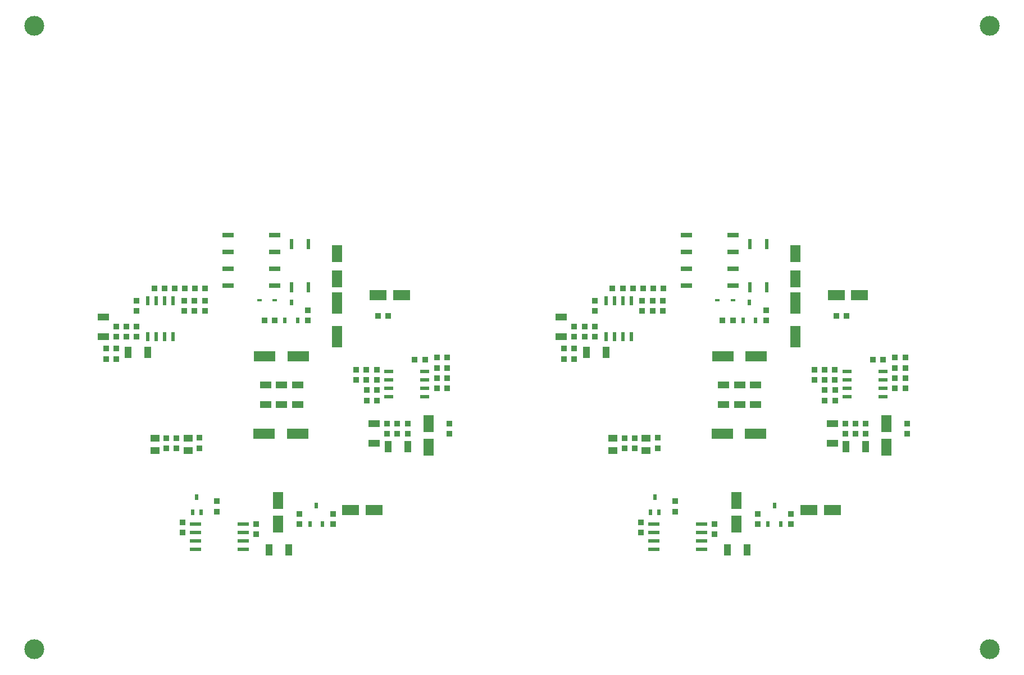
<source format=gtp>
G04*
G04 #@! TF.GenerationSoftware,Altium Limited,Altium Designer,19.1.6 (110)*
G04*
G04 Layer_Color=8421504*
%FSLAX25Y25*%
%MOIN*%
G70*
G01*
G75*
%ADD10C,0.11811*%
%ADD11R,0.02165X0.03543*%
%ADD12R,0.03740X0.03543*%
%ADD13R,0.07087X0.02362*%
%ADD14R,0.09843X0.06299*%
%ADD15R,0.06299X0.09843*%
%ADD16R,0.04331X0.06890*%
%ADD17R,0.03543X0.03740*%
%ADD18R,0.06890X0.04331*%
%ADD19R,0.05709X0.02362*%
%ADD20R,0.03150X0.01575*%
%ADD21R,0.06496X0.09843*%
%ADD22R,0.06299X0.12598*%
%ADD23R,0.12598X0.06299*%
%ADD24R,0.05512X0.03937*%
%ADD25R,0.02362X0.05709*%
%ADD26R,0.02362X0.03740*%
%ADD27R,0.02362X0.06299*%
%ADD28R,0.07087X0.03150*%
D10*
X11811Y11811D02*
D03*
X578740Y11811D02*
D03*
Y381890D02*
D03*
X11811Y381890D02*
D03*
D11*
X108167Y101945D02*
D03*
X110725Y93087D02*
D03*
X105607D02*
D03*
X380037Y101945D02*
D03*
X382596Y93087D02*
D03*
X377478D02*
D03*
D12*
X120067Y93480D02*
D03*
Y99583D02*
D03*
X99817Y81079D02*
D03*
Y87181D02*
D03*
X189043Y86086D02*
D03*
Y92188D02*
D03*
X169161Y86086D02*
D03*
Y92188D02*
D03*
X143578Y86086D02*
D03*
Y79984D02*
D03*
X256742Y178776D02*
D03*
Y184878D02*
D03*
X250639Y178776D02*
D03*
Y184878D02*
D03*
X256742Y172806D02*
D03*
Y166703D02*
D03*
X250639D02*
D03*
Y172806D02*
D03*
X258021Y139676D02*
D03*
Y145778D02*
D03*
X233286Y139676D02*
D03*
Y145778D02*
D03*
X215009Y171664D02*
D03*
Y177766D02*
D03*
X208907D02*
D03*
Y171664D02*
D03*
X202805Y177766D02*
D03*
Y171664D02*
D03*
X174163Y207024D02*
D03*
Y213126D02*
D03*
X109891Y137228D02*
D03*
Y131125D02*
D03*
X72533Y197378D02*
D03*
Y203480D02*
D03*
X112981Y218835D02*
D03*
Y212732D02*
D03*
X106828Y218835D02*
D03*
Y212732D02*
D03*
X100720D02*
D03*
Y218835D02*
D03*
X66431Y203480D02*
D03*
Y197378D02*
D03*
X60328D02*
D03*
Y203480D02*
D03*
X72599Y218835D02*
D03*
Y212732D02*
D03*
X391937Y93480D02*
D03*
Y99583D02*
D03*
X371688Y81079D02*
D03*
Y87181D02*
D03*
X460914Y86086D02*
D03*
Y92188D02*
D03*
X441032Y86086D02*
D03*
Y92188D02*
D03*
X415448Y86086D02*
D03*
Y79984D02*
D03*
X528612Y178776D02*
D03*
Y184878D02*
D03*
X522509Y178776D02*
D03*
Y184878D02*
D03*
X528612Y172806D02*
D03*
Y166703D02*
D03*
X522509D02*
D03*
Y172806D02*
D03*
X529891Y139676D02*
D03*
Y145778D02*
D03*
X505156Y139676D02*
D03*
Y145778D02*
D03*
X486880Y171664D02*
D03*
Y177766D02*
D03*
X480777D02*
D03*
Y171664D02*
D03*
X474675Y177766D02*
D03*
Y171664D02*
D03*
X446033Y207024D02*
D03*
Y213126D02*
D03*
X381761Y137228D02*
D03*
Y131125D02*
D03*
X344403Y197378D02*
D03*
Y203480D02*
D03*
X384851Y218835D02*
D03*
Y212732D02*
D03*
X378698Y218835D02*
D03*
Y212732D02*
D03*
X372590D02*
D03*
Y218835D02*
D03*
X338301Y203480D02*
D03*
Y197378D02*
D03*
X332198D02*
D03*
Y203480D02*
D03*
X344469Y218835D02*
D03*
Y212732D02*
D03*
D13*
X107529Y86079D02*
D03*
Y81079D02*
D03*
Y76079D02*
D03*
Y71079D02*
D03*
X135876Y86079D02*
D03*
Y81079D02*
D03*
Y76079D02*
D03*
Y71079D02*
D03*
X379399Y86079D02*
D03*
Y81079D02*
D03*
Y76079D02*
D03*
Y71079D02*
D03*
X407746Y86079D02*
D03*
Y81079D02*
D03*
Y76079D02*
D03*
Y71079D02*
D03*
D14*
X199477Y94354D02*
D03*
X213428D02*
D03*
X229698Y222181D02*
D03*
X215747D02*
D03*
X471347Y94354D02*
D03*
X485298D02*
D03*
X501569Y222181D02*
D03*
X487617D02*
D03*
D15*
X156458Y86086D02*
D03*
Y100037D02*
D03*
X245620Y145778D02*
D03*
Y131827D02*
D03*
X428328Y86086D02*
D03*
Y100037D02*
D03*
X517490Y145778D02*
D03*
Y131827D02*
D03*
D16*
X151252Y70705D02*
D03*
X162866D02*
D03*
X221672Y131999D02*
D03*
X233286D02*
D03*
X79131Y187964D02*
D03*
X67517D02*
D03*
X423122Y70705D02*
D03*
X434736D02*
D03*
X493542Y131999D02*
D03*
X505156D02*
D03*
X351001Y187964D02*
D03*
X339387D02*
D03*
D17*
X243651Y183672D02*
D03*
X237549D02*
D03*
X221112Y139676D02*
D03*
X227214D02*
D03*
Y145778D02*
D03*
X221112D02*
D03*
X209005Y165587D02*
D03*
X215108D02*
D03*
X209005Y159484D02*
D03*
X215108D02*
D03*
X221850Y209780D02*
D03*
X215747D02*
D03*
X154423Y207024D02*
D03*
X148320D02*
D03*
X96210Y137031D02*
D03*
X90108D02*
D03*
Y130928D02*
D03*
X96210D02*
D03*
X101195Y225909D02*
D03*
X95092D02*
D03*
X113226Y225921D02*
D03*
X107123D02*
D03*
X83029Y225909D02*
D03*
X89131D02*
D03*
X60389Y190193D02*
D03*
X54286D02*
D03*
Y184091D02*
D03*
X60389D02*
D03*
X515521Y183672D02*
D03*
X509419D02*
D03*
X492982Y139676D02*
D03*
X499084D02*
D03*
Y145778D02*
D03*
X492982D02*
D03*
X480876Y165587D02*
D03*
X486978D02*
D03*
X480876Y159484D02*
D03*
X486978D02*
D03*
X493720Y209780D02*
D03*
X487617D02*
D03*
X426293Y207024D02*
D03*
X420191D02*
D03*
X368080Y137031D02*
D03*
X361978D02*
D03*
Y130928D02*
D03*
X368080D02*
D03*
X373065Y225909D02*
D03*
X366962D02*
D03*
X385096Y225921D02*
D03*
X378993D02*
D03*
X354899Y225909D02*
D03*
X361001D02*
D03*
X332259Y190193D02*
D03*
X326156D02*
D03*
Y184091D02*
D03*
X332259D02*
D03*
D18*
X213533Y134164D02*
D03*
Y145778D02*
D03*
X167950Y156938D02*
D03*
Y168552D02*
D03*
X158501Y168552D02*
D03*
Y156938D02*
D03*
X149052Y168552D02*
D03*
Y156938D02*
D03*
X52608Y208992D02*
D03*
Y197378D02*
D03*
X485403Y134164D02*
D03*
Y145778D02*
D03*
X439820Y156938D02*
D03*
Y168552D02*
D03*
X430371Y168552D02*
D03*
Y156938D02*
D03*
X420922Y168552D02*
D03*
Y156938D02*
D03*
X324478Y208992D02*
D03*
Y197378D02*
D03*
D19*
X243553Y161703D02*
D03*
Y166703D02*
D03*
Y171703D02*
D03*
Y176703D02*
D03*
X222096Y161703D02*
D03*
Y166703D02*
D03*
Y171703D02*
D03*
Y176703D02*
D03*
X515423Y161703D02*
D03*
Y166703D02*
D03*
Y171703D02*
D03*
Y176703D02*
D03*
X493966Y161703D02*
D03*
Y166703D02*
D03*
Y171703D02*
D03*
Y176703D02*
D03*
D20*
X145368Y219032D02*
D03*
X154423D02*
D03*
X417238D02*
D03*
X426293D02*
D03*
D21*
X191486Y231827D02*
D03*
Y246591D02*
D03*
X463356Y231827D02*
D03*
Y246591D02*
D03*
D22*
X191486Y217246D02*
D03*
Y197392D02*
D03*
X463356Y217246D02*
D03*
Y197392D02*
D03*
D23*
X148488Y185665D02*
D03*
X168342D02*
D03*
X167948Y139602D02*
D03*
X148094D02*
D03*
X420358Y185665D02*
D03*
X440212D02*
D03*
X439818Y139602D02*
D03*
X419965D02*
D03*
D24*
X103002Y129747D02*
D03*
Y137031D02*
D03*
X83316Y137031D02*
D03*
Y129747D02*
D03*
X374872Y129747D02*
D03*
Y137031D02*
D03*
X355187Y137031D02*
D03*
Y129747D02*
D03*
D25*
X94131Y218835D02*
D03*
X89131D02*
D03*
X84131D02*
D03*
X79131D02*
D03*
X94131Y197378D02*
D03*
X89131D02*
D03*
X84131D02*
D03*
X79131D02*
D03*
X366001Y218835D02*
D03*
X361001D02*
D03*
X356001D02*
D03*
X351001D02*
D03*
X366001Y197378D02*
D03*
X361001D02*
D03*
X356001D02*
D03*
X351001D02*
D03*
D26*
X175362Y86086D02*
D03*
X182843D02*
D03*
X179102Y96913D02*
D03*
X160580Y207024D02*
D03*
X168061D02*
D03*
X164321Y217850D02*
D03*
X447232Y86086D02*
D03*
X454713D02*
D03*
X450973Y96913D02*
D03*
X432450Y207024D02*
D03*
X439931D02*
D03*
X436191Y217850D02*
D03*
D27*
X174439Y252398D02*
D03*
X164439D02*
D03*
X174439Y226807D02*
D03*
X164439D02*
D03*
X446309Y252398D02*
D03*
X436309D02*
D03*
X446309Y226807D02*
D03*
X436309D02*
D03*
D28*
X154423Y227752D02*
D03*
Y237752D02*
D03*
Y257752D02*
D03*
Y247752D02*
D03*
X126864D02*
D03*
Y257752D02*
D03*
Y237752D02*
D03*
Y227752D02*
D03*
X426293D02*
D03*
Y237752D02*
D03*
Y257752D02*
D03*
Y247752D02*
D03*
X398734D02*
D03*
Y257752D02*
D03*
Y237752D02*
D03*
Y227752D02*
D03*
M02*

</source>
